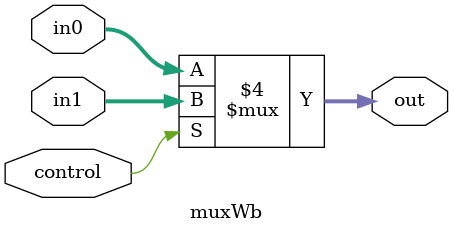
<source format=v>
module writeBack( dataMemRead, dataAddress, controlMemToReg, writeBack); 
	input[63:0] dataMemRead; 
	input [63:0]dataAddress; 
	input controlMemToReg; 
	output [63:0] writeBack; 
	
	muxWb muxWriteBack(.in0(dataAddress), .in1(dataMemRead), .control(controlMemToReg), .out(writeBack)); 
endmodule 

//MUX 
module muxWb(in0,in1,control,out);

	input[63:0] in0; 
	input [63:0] in1; 
	input control; 
	output reg[63:0] out; 
	
	always@(in0,in1,control, out) begin
		if(control == 0) begin
			out = in0; 
		end 
		else begin	
			out = in1; 
		end 
	end 

endmodule

</source>
